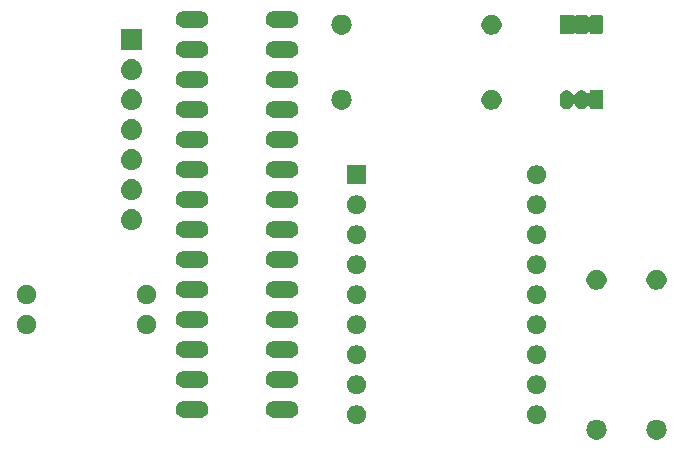
<source format=gbs>
G04 #@! TF.GenerationSoftware,KiCad,Pcbnew,(5.1.2-1)-1*
G04 #@! TF.CreationDate,2020-06-28T11:55:39+09:00*
G04 #@! TF.ProjectId,7seg_module,37736567-5f6d-46f6-9475-6c652e6b6963,rev?*
G04 #@! TF.SameCoordinates,Original*
G04 #@! TF.FileFunction,Soldermask,Bot*
G04 #@! TF.FilePolarity,Negative*
%FSLAX46Y46*%
G04 Gerber Fmt 4.6, Leading zero omitted, Abs format (unit mm)*
G04 Created by KiCad (PCBNEW (5.1.2-1)-1) date 2020-06-28 11:55:39*
%MOMM*%
%LPD*%
G04 APERTURE LIST*
%ADD10C,0.100000*%
G04 APERTURE END LIST*
D10*
G36*
X163996823Y-82981313D02*
G01*
X164157242Y-83029976D01*
X164214550Y-83060608D01*
X164305078Y-83108996D01*
X164434659Y-83215341D01*
X164541004Y-83344922D01*
X164541005Y-83344924D01*
X164620024Y-83492758D01*
X164668687Y-83653177D01*
X164685117Y-83820000D01*
X164668687Y-83986823D01*
X164620024Y-84147242D01*
X164549114Y-84279906D01*
X164541004Y-84295078D01*
X164434659Y-84424659D01*
X164305078Y-84531004D01*
X164305076Y-84531005D01*
X164157242Y-84610024D01*
X163996823Y-84658687D01*
X163871804Y-84671000D01*
X163788196Y-84671000D01*
X163663177Y-84658687D01*
X163502758Y-84610024D01*
X163354924Y-84531005D01*
X163354922Y-84531004D01*
X163225341Y-84424659D01*
X163118996Y-84295078D01*
X163110886Y-84279906D01*
X163039976Y-84147242D01*
X162991313Y-83986823D01*
X162974883Y-83820000D01*
X162991313Y-83653177D01*
X163039976Y-83492758D01*
X163118995Y-83344924D01*
X163118996Y-83344922D01*
X163225341Y-83215341D01*
X163354922Y-83108996D01*
X163445450Y-83060608D01*
X163502758Y-83029976D01*
X163663177Y-82981313D01*
X163788196Y-82969000D01*
X163871804Y-82969000D01*
X163996823Y-82981313D01*
X163996823Y-82981313D01*
G37*
G36*
X158916823Y-82981313D02*
G01*
X159077242Y-83029976D01*
X159134550Y-83060608D01*
X159225078Y-83108996D01*
X159354659Y-83215341D01*
X159461004Y-83344922D01*
X159461005Y-83344924D01*
X159540024Y-83492758D01*
X159588687Y-83653177D01*
X159605117Y-83820000D01*
X159588687Y-83986823D01*
X159540024Y-84147242D01*
X159469114Y-84279906D01*
X159461004Y-84295078D01*
X159354659Y-84424659D01*
X159225078Y-84531004D01*
X159225076Y-84531005D01*
X159077242Y-84610024D01*
X158916823Y-84658687D01*
X158791804Y-84671000D01*
X158708196Y-84671000D01*
X158583177Y-84658687D01*
X158422758Y-84610024D01*
X158274924Y-84531005D01*
X158274922Y-84531004D01*
X158145341Y-84424659D01*
X158038996Y-84295078D01*
X158030886Y-84279906D01*
X157959976Y-84147242D01*
X157911313Y-83986823D01*
X157894883Y-83820000D01*
X157911313Y-83653177D01*
X157959976Y-83492758D01*
X158038995Y-83344924D01*
X158038996Y-83344922D01*
X158145341Y-83215341D01*
X158274922Y-83108996D01*
X158365450Y-83060608D01*
X158422758Y-83029976D01*
X158583177Y-82981313D01*
X158708196Y-82969000D01*
X158791804Y-82969000D01*
X158916823Y-82981313D01*
X158916823Y-82981313D01*
G37*
G36*
X153903642Y-81779781D02*
G01*
X154049414Y-81840162D01*
X154049416Y-81840163D01*
X154180608Y-81927822D01*
X154292178Y-82039392D01*
X154336350Y-82105501D01*
X154379838Y-82170586D01*
X154440219Y-82316358D01*
X154471000Y-82471107D01*
X154471000Y-82628893D01*
X154440219Y-82783642D01*
X154379838Y-82929414D01*
X154379837Y-82929416D01*
X154292178Y-83060608D01*
X154180608Y-83172178D01*
X154049416Y-83259837D01*
X154049415Y-83259838D01*
X154049414Y-83259838D01*
X153903642Y-83320219D01*
X153748893Y-83351000D01*
X153591107Y-83351000D01*
X153436358Y-83320219D01*
X153290586Y-83259838D01*
X153290585Y-83259838D01*
X153290584Y-83259837D01*
X153159392Y-83172178D01*
X153047822Y-83060608D01*
X152960163Y-82929416D01*
X152960162Y-82929414D01*
X152899781Y-82783642D01*
X152869000Y-82628893D01*
X152869000Y-82471107D01*
X152899781Y-82316358D01*
X152960162Y-82170586D01*
X153003650Y-82105501D01*
X153047822Y-82039392D01*
X153159392Y-81927822D01*
X153290584Y-81840163D01*
X153290586Y-81840162D01*
X153436358Y-81779781D01*
X153591107Y-81749000D01*
X153748893Y-81749000D01*
X153903642Y-81779781D01*
X153903642Y-81779781D01*
G37*
G36*
X138663642Y-81779781D02*
G01*
X138809414Y-81840162D01*
X138809416Y-81840163D01*
X138940608Y-81927822D01*
X139052178Y-82039392D01*
X139096350Y-82105501D01*
X139139838Y-82170586D01*
X139200219Y-82316358D01*
X139231000Y-82471107D01*
X139231000Y-82628893D01*
X139200219Y-82783642D01*
X139139838Y-82929414D01*
X139139837Y-82929416D01*
X139052178Y-83060608D01*
X138940608Y-83172178D01*
X138809416Y-83259837D01*
X138809415Y-83259838D01*
X138809414Y-83259838D01*
X138663642Y-83320219D01*
X138508893Y-83351000D01*
X138351107Y-83351000D01*
X138196358Y-83320219D01*
X138050586Y-83259838D01*
X138050585Y-83259838D01*
X138050584Y-83259837D01*
X137919392Y-83172178D01*
X137807822Y-83060608D01*
X137720163Y-82929416D01*
X137720162Y-82929414D01*
X137659781Y-82783642D01*
X137629000Y-82628893D01*
X137629000Y-82471107D01*
X137659781Y-82316358D01*
X137720162Y-82170586D01*
X137763650Y-82105501D01*
X137807822Y-82039392D01*
X137919392Y-81927822D01*
X138050584Y-81840163D01*
X138050586Y-81840162D01*
X138196358Y-81779781D01*
X138351107Y-81749000D01*
X138508893Y-81749000D01*
X138663642Y-81779781D01*
X138663642Y-81779781D01*
G37*
G36*
X132930659Y-81404394D02*
G01*
X133064758Y-81445073D01*
X133188345Y-81511132D01*
X133296670Y-81600031D01*
X133385569Y-81708356D01*
X133451628Y-81831943D01*
X133492307Y-81966042D01*
X133506042Y-82105501D01*
X133492307Y-82244960D01*
X133451628Y-82379059D01*
X133385569Y-82502646D01*
X133296670Y-82610971D01*
X133188345Y-82699870D01*
X133064758Y-82765929D01*
X132930659Y-82806608D01*
X132826149Y-82816901D01*
X131435451Y-82816901D01*
X131330941Y-82806608D01*
X131196842Y-82765929D01*
X131073255Y-82699870D01*
X130964930Y-82610971D01*
X130876031Y-82502646D01*
X130809972Y-82379059D01*
X130769293Y-82244960D01*
X130755558Y-82105501D01*
X130769293Y-81966042D01*
X130809972Y-81831943D01*
X130876031Y-81708356D01*
X130964930Y-81600031D01*
X131073255Y-81511132D01*
X131196842Y-81445073D01*
X131330941Y-81404394D01*
X131435451Y-81394101D01*
X132826149Y-81394101D01*
X132930659Y-81404394D01*
X132930659Y-81404394D01*
G37*
G36*
X125310659Y-81404394D02*
G01*
X125444758Y-81445073D01*
X125568345Y-81511132D01*
X125676670Y-81600031D01*
X125765569Y-81708356D01*
X125831628Y-81831943D01*
X125872307Y-81966042D01*
X125886042Y-82105501D01*
X125872307Y-82244960D01*
X125831628Y-82379059D01*
X125765569Y-82502646D01*
X125676670Y-82610971D01*
X125568345Y-82699870D01*
X125444758Y-82765929D01*
X125310659Y-82806608D01*
X125206149Y-82816901D01*
X123815451Y-82816901D01*
X123710941Y-82806608D01*
X123576842Y-82765929D01*
X123453255Y-82699870D01*
X123344930Y-82610971D01*
X123256031Y-82502646D01*
X123189972Y-82379059D01*
X123149293Y-82244960D01*
X123135558Y-82105501D01*
X123149293Y-81966042D01*
X123189972Y-81831943D01*
X123256031Y-81708356D01*
X123344930Y-81600031D01*
X123453255Y-81511132D01*
X123576842Y-81445073D01*
X123710941Y-81404394D01*
X123815451Y-81394101D01*
X125206149Y-81394101D01*
X125310659Y-81404394D01*
X125310659Y-81404394D01*
G37*
G36*
X153903642Y-79239781D02*
G01*
X154049414Y-79300162D01*
X154049416Y-79300163D01*
X154180608Y-79387822D01*
X154292178Y-79499392D01*
X154336350Y-79565501D01*
X154379838Y-79630586D01*
X154440219Y-79776358D01*
X154471000Y-79931107D01*
X154471000Y-80088893D01*
X154440219Y-80243642D01*
X154379838Y-80389414D01*
X154379837Y-80389416D01*
X154292178Y-80520608D01*
X154180608Y-80632178D01*
X154049416Y-80719837D01*
X154049415Y-80719838D01*
X154049414Y-80719838D01*
X153903642Y-80780219D01*
X153748893Y-80811000D01*
X153591107Y-80811000D01*
X153436358Y-80780219D01*
X153290586Y-80719838D01*
X153290585Y-80719838D01*
X153290584Y-80719837D01*
X153159392Y-80632178D01*
X153047822Y-80520608D01*
X152960163Y-80389416D01*
X152960162Y-80389414D01*
X152899781Y-80243642D01*
X152869000Y-80088893D01*
X152869000Y-79931107D01*
X152899781Y-79776358D01*
X152960162Y-79630586D01*
X153003650Y-79565501D01*
X153047822Y-79499392D01*
X153159392Y-79387822D01*
X153290584Y-79300163D01*
X153290586Y-79300162D01*
X153436358Y-79239781D01*
X153591107Y-79209000D01*
X153748893Y-79209000D01*
X153903642Y-79239781D01*
X153903642Y-79239781D01*
G37*
G36*
X138663642Y-79239781D02*
G01*
X138809414Y-79300162D01*
X138809416Y-79300163D01*
X138940608Y-79387822D01*
X139052178Y-79499392D01*
X139096350Y-79565501D01*
X139139838Y-79630586D01*
X139200219Y-79776358D01*
X139231000Y-79931107D01*
X139231000Y-80088893D01*
X139200219Y-80243642D01*
X139139838Y-80389414D01*
X139139837Y-80389416D01*
X139052178Y-80520608D01*
X138940608Y-80632178D01*
X138809416Y-80719837D01*
X138809415Y-80719838D01*
X138809414Y-80719838D01*
X138663642Y-80780219D01*
X138508893Y-80811000D01*
X138351107Y-80811000D01*
X138196358Y-80780219D01*
X138050586Y-80719838D01*
X138050585Y-80719838D01*
X138050584Y-80719837D01*
X137919392Y-80632178D01*
X137807822Y-80520608D01*
X137720163Y-80389416D01*
X137720162Y-80389414D01*
X137659781Y-80243642D01*
X137629000Y-80088893D01*
X137629000Y-79931107D01*
X137659781Y-79776358D01*
X137720162Y-79630586D01*
X137763650Y-79565501D01*
X137807822Y-79499392D01*
X137919392Y-79387822D01*
X138050584Y-79300163D01*
X138050586Y-79300162D01*
X138196358Y-79239781D01*
X138351107Y-79209000D01*
X138508893Y-79209000D01*
X138663642Y-79239781D01*
X138663642Y-79239781D01*
G37*
G36*
X132930659Y-78864394D02*
G01*
X133064758Y-78905073D01*
X133188345Y-78971132D01*
X133296670Y-79060031D01*
X133385569Y-79168356D01*
X133451628Y-79291943D01*
X133492307Y-79426042D01*
X133506042Y-79565501D01*
X133492307Y-79704960D01*
X133451628Y-79839059D01*
X133385569Y-79962646D01*
X133296670Y-80070971D01*
X133188345Y-80159870D01*
X133064758Y-80225929D01*
X132930659Y-80266608D01*
X132826149Y-80276901D01*
X131435451Y-80276901D01*
X131330941Y-80266608D01*
X131196842Y-80225929D01*
X131073255Y-80159870D01*
X130964930Y-80070971D01*
X130876031Y-79962646D01*
X130809972Y-79839059D01*
X130769293Y-79704960D01*
X130755558Y-79565501D01*
X130769293Y-79426042D01*
X130809972Y-79291943D01*
X130876031Y-79168356D01*
X130964930Y-79060031D01*
X131073255Y-78971132D01*
X131196842Y-78905073D01*
X131330941Y-78864394D01*
X131435451Y-78854101D01*
X132826149Y-78854101D01*
X132930659Y-78864394D01*
X132930659Y-78864394D01*
G37*
G36*
X125310659Y-78864394D02*
G01*
X125444758Y-78905073D01*
X125568345Y-78971132D01*
X125676670Y-79060031D01*
X125765569Y-79168356D01*
X125831628Y-79291943D01*
X125872307Y-79426042D01*
X125886042Y-79565501D01*
X125872307Y-79704960D01*
X125831628Y-79839059D01*
X125765569Y-79962646D01*
X125676670Y-80070971D01*
X125568345Y-80159870D01*
X125444758Y-80225929D01*
X125310659Y-80266608D01*
X125206149Y-80276901D01*
X123815451Y-80276901D01*
X123710941Y-80266608D01*
X123576842Y-80225929D01*
X123453255Y-80159870D01*
X123344930Y-80070971D01*
X123256031Y-79962646D01*
X123189972Y-79839059D01*
X123149293Y-79704960D01*
X123135558Y-79565501D01*
X123149293Y-79426042D01*
X123189972Y-79291943D01*
X123256031Y-79168356D01*
X123344930Y-79060031D01*
X123453255Y-78971132D01*
X123576842Y-78905073D01*
X123710941Y-78864394D01*
X123815451Y-78854101D01*
X125206149Y-78854101D01*
X125310659Y-78864394D01*
X125310659Y-78864394D01*
G37*
G36*
X153903642Y-76699781D02*
G01*
X154049414Y-76760162D01*
X154049416Y-76760163D01*
X154180608Y-76847822D01*
X154292178Y-76959392D01*
X154336350Y-77025501D01*
X154379838Y-77090586D01*
X154440219Y-77236358D01*
X154471000Y-77391107D01*
X154471000Y-77548893D01*
X154440219Y-77703642D01*
X154379838Y-77849414D01*
X154379837Y-77849416D01*
X154292178Y-77980608D01*
X154180608Y-78092178D01*
X154049416Y-78179837D01*
X154049415Y-78179838D01*
X154049414Y-78179838D01*
X153903642Y-78240219D01*
X153748893Y-78271000D01*
X153591107Y-78271000D01*
X153436358Y-78240219D01*
X153290586Y-78179838D01*
X153290585Y-78179838D01*
X153290584Y-78179837D01*
X153159392Y-78092178D01*
X153047822Y-77980608D01*
X152960163Y-77849416D01*
X152960162Y-77849414D01*
X152899781Y-77703642D01*
X152869000Y-77548893D01*
X152869000Y-77391107D01*
X152899781Y-77236358D01*
X152960162Y-77090586D01*
X153003650Y-77025501D01*
X153047822Y-76959392D01*
X153159392Y-76847822D01*
X153290584Y-76760163D01*
X153290586Y-76760162D01*
X153436358Y-76699781D01*
X153591107Y-76669000D01*
X153748893Y-76669000D01*
X153903642Y-76699781D01*
X153903642Y-76699781D01*
G37*
G36*
X138663642Y-76699781D02*
G01*
X138809414Y-76760162D01*
X138809416Y-76760163D01*
X138940608Y-76847822D01*
X139052178Y-76959392D01*
X139096350Y-77025501D01*
X139139838Y-77090586D01*
X139200219Y-77236358D01*
X139231000Y-77391107D01*
X139231000Y-77548893D01*
X139200219Y-77703642D01*
X139139838Y-77849414D01*
X139139837Y-77849416D01*
X139052178Y-77980608D01*
X138940608Y-78092178D01*
X138809416Y-78179837D01*
X138809415Y-78179838D01*
X138809414Y-78179838D01*
X138663642Y-78240219D01*
X138508893Y-78271000D01*
X138351107Y-78271000D01*
X138196358Y-78240219D01*
X138050586Y-78179838D01*
X138050585Y-78179838D01*
X138050584Y-78179837D01*
X137919392Y-78092178D01*
X137807822Y-77980608D01*
X137720163Y-77849416D01*
X137720162Y-77849414D01*
X137659781Y-77703642D01*
X137629000Y-77548893D01*
X137629000Y-77391107D01*
X137659781Y-77236358D01*
X137720162Y-77090586D01*
X137763650Y-77025501D01*
X137807822Y-76959392D01*
X137919392Y-76847822D01*
X138050584Y-76760163D01*
X138050586Y-76760162D01*
X138196358Y-76699781D01*
X138351107Y-76669000D01*
X138508893Y-76669000D01*
X138663642Y-76699781D01*
X138663642Y-76699781D01*
G37*
G36*
X132930659Y-76324394D02*
G01*
X133064758Y-76365073D01*
X133188345Y-76431132D01*
X133296670Y-76520031D01*
X133385569Y-76628356D01*
X133451628Y-76751943D01*
X133492307Y-76886042D01*
X133506042Y-77025501D01*
X133492307Y-77164960D01*
X133451628Y-77299059D01*
X133385569Y-77422646D01*
X133296670Y-77530971D01*
X133188345Y-77619870D01*
X133064758Y-77685929D01*
X132930659Y-77726608D01*
X132826149Y-77736901D01*
X131435451Y-77736901D01*
X131330941Y-77726608D01*
X131196842Y-77685929D01*
X131073255Y-77619870D01*
X130964930Y-77530971D01*
X130876031Y-77422646D01*
X130809972Y-77299059D01*
X130769293Y-77164960D01*
X130755558Y-77025501D01*
X130769293Y-76886042D01*
X130809972Y-76751943D01*
X130876031Y-76628356D01*
X130964930Y-76520031D01*
X131073255Y-76431132D01*
X131196842Y-76365073D01*
X131330941Y-76324394D01*
X131435451Y-76314101D01*
X132826149Y-76314101D01*
X132930659Y-76324394D01*
X132930659Y-76324394D01*
G37*
G36*
X125310659Y-76324394D02*
G01*
X125444758Y-76365073D01*
X125568345Y-76431132D01*
X125676670Y-76520031D01*
X125765569Y-76628356D01*
X125831628Y-76751943D01*
X125872307Y-76886042D01*
X125886042Y-77025501D01*
X125872307Y-77164960D01*
X125831628Y-77299059D01*
X125765569Y-77422646D01*
X125676670Y-77530971D01*
X125568345Y-77619870D01*
X125444758Y-77685929D01*
X125310659Y-77726608D01*
X125206149Y-77736901D01*
X123815451Y-77736901D01*
X123710941Y-77726608D01*
X123576842Y-77685929D01*
X123453255Y-77619870D01*
X123344930Y-77530971D01*
X123256031Y-77422646D01*
X123189972Y-77299059D01*
X123149293Y-77164960D01*
X123135558Y-77025501D01*
X123149293Y-76886042D01*
X123189972Y-76751943D01*
X123256031Y-76628356D01*
X123344930Y-76520031D01*
X123453255Y-76431132D01*
X123576842Y-76365073D01*
X123710941Y-76324394D01*
X123815451Y-76314101D01*
X125206149Y-76314101D01*
X125310659Y-76324394D01*
X125310659Y-76324394D01*
G37*
G36*
X110727142Y-74148242D02*
G01*
X110875101Y-74209529D01*
X111008255Y-74298499D01*
X111121501Y-74411745D01*
X111210471Y-74544899D01*
X111271758Y-74692858D01*
X111303000Y-74849925D01*
X111303000Y-75010075D01*
X111271758Y-75167142D01*
X111210471Y-75315101D01*
X111121501Y-75448255D01*
X111008255Y-75561501D01*
X110875101Y-75650471D01*
X110727142Y-75711758D01*
X110570075Y-75743000D01*
X110409925Y-75743000D01*
X110252858Y-75711758D01*
X110104899Y-75650471D01*
X109971745Y-75561501D01*
X109858499Y-75448255D01*
X109769529Y-75315101D01*
X109708242Y-75167142D01*
X109677000Y-75010075D01*
X109677000Y-74849925D01*
X109708242Y-74692858D01*
X109769529Y-74544899D01*
X109858499Y-74411745D01*
X109971745Y-74298499D01*
X110104899Y-74209529D01*
X110252858Y-74148242D01*
X110409925Y-74117000D01*
X110570075Y-74117000D01*
X110727142Y-74148242D01*
X110727142Y-74148242D01*
G37*
G36*
X120887142Y-74148242D02*
G01*
X121035101Y-74209529D01*
X121168255Y-74298499D01*
X121281501Y-74411745D01*
X121370471Y-74544899D01*
X121431758Y-74692858D01*
X121463000Y-74849925D01*
X121463000Y-75010075D01*
X121431758Y-75167142D01*
X121370471Y-75315101D01*
X121281501Y-75448255D01*
X121168255Y-75561501D01*
X121035101Y-75650471D01*
X120887142Y-75711758D01*
X120730075Y-75743000D01*
X120569925Y-75743000D01*
X120412858Y-75711758D01*
X120264899Y-75650471D01*
X120131745Y-75561501D01*
X120018499Y-75448255D01*
X119929529Y-75315101D01*
X119868242Y-75167142D01*
X119837000Y-75010075D01*
X119837000Y-74849925D01*
X119868242Y-74692858D01*
X119929529Y-74544899D01*
X120018499Y-74411745D01*
X120131745Y-74298499D01*
X120264899Y-74209529D01*
X120412858Y-74148242D01*
X120569925Y-74117000D01*
X120730075Y-74117000D01*
X120887142Y-74148242D01*
X120887142Y-74148242D01*
G37*
G36*
X138663642Y-74159781D02*
G01*
X138809414Y-74220162D01*
X138809416Y-74220163D01*
X138940608Y-74307822D01*
X139052178Y-74419392D01*
X139096350Y-74485501D01*
X139139838Y-74550586D01*
X139200219Y-74696358D01*
X139231000Y-74851107D01*
X139231000Y-75008893D01*
X139200219Y-75163642D01*
X139139838Y-75309414D01*
X139139837Y-75309416D01*
X139052178Y-75440608D01*
X138940608Y-75552178D01*
X138809416Y-75639837D01*
X138809415Y-75639838D01*
X138809414Y-75639838D01*
X138663642Y-75700219D01*
X138508893Y-75731000D01*
X138351107Y-75731000D01*
X138196358Y-75700219D01*
X138050586Y-75639838D01*
X138050585Y-75639838D01*
X138050584Y-75639837D01*
X137919392Y-75552178D01*
X137807822Y-75440608D01*
X137720163Y-75309416D01*
X137720162Y-75309414D01*
X137659781Y-75163642D01*
X137629000Y-75008893D01*
X137629000Y-74851107D01*
X137659781Y-74696358D01*
X137720162Y-74550586D01*
X137763650Y-74485501D01*
X137807822Y-74419392D01*
X137919392Y-74307822D01*
X138050584Y-74220163D01*
X138050586Y-74220162D01*
X138196358Y-74159781D01*
X138351107Y-74129000D01*
X138508893Y-74129000D01*
X138663642Y-74159781D01*
X138663642Y-74159781D01*
G37*
G36*
X153903642Y-74159781D02*
G01*
X154049414Y-74220162D01*
X154049416Y-74220163D01*
X154180608Y-74307822D01*
X154292178Y-74419392D01*
X154336350Y-74485501D01*
X154379838Y-74550586D01*
X154440219Y-74696358D01*
X154471000Y-74851107D01*
X154471000Y-75008893D01*
X154440219Y-75163642D01*
X154379838Y-75309414D01*
X154379837Y-75309416D01*
X154292178Y-75440608D01*
X154180608Y-75552178D01*
X154049416Y-75639837D01*
X154049415Y-75639838D01*
X154049414Y-75639838D01*
X153903642Y-75700219D01*
X153748893Y-75731000D01*
X153591107Y-75731000D01*
X153436358Y-75700219D01*
X153290586Y-75639838D01*
X153290585Y-75639838D01*
X153290584Y-75639837D01*
X153159392Y-75552178D01*
X153047822Y-75440608D01*
X152960163Y-75309416D01*
X152960162Y-75309414D01*
X152899781Y-75163642D01*
X152869000Y-75008893D01*
X152869000Y-74851107D01*
X152899781Y-74696358D01*
X152960162Y-74550586D01*
X153003650Y-74485501D01*
X153047822Y-74419392D01*
X153159392Y-74307822D01*
X153290584Y-74220163D01*
X153290586Y-74220162D01*
X153436358Y-74159781D01*
X153591107Y-74129000D01*
X153748893Y-74129000D01*
X153903642Y-74159781D01*
X153903642Y-74159781D01*
G37*
G36*
X125310659Y-73784394D02*
G01*
X125444758Y-73825073D01*
X125568345Y-73891132D01*
X125676670Y-73980031D01*
X125765569Y-74088356D01*
X125831628Y-74211943D01*
X125872307Y-74346042D01*
X125886042Y-74485501D01*
X125872307Y-74624960D01*
X125831628Y-74759059D01*
X125765569Y-74882646D01*
X125676670Y-74990971D01*
X125568345Y-75079870D01*
X125444758Y-75145929D01*
X125310659Y-75186608D01*
X125206149Y-75196901D01*
X123815451Y-75196901D01*
X123710941Y-75186608D01*
X123576842Y-75145929D01*
X123453255Y-75079870D01*
X123344930Y-74990971D01*
X123256031Y-74882646D01*
X123189972Y-74759059D01*
X123149293Y-74624960D01*
X123135558Y-74485501D01*
X123149293Y-74346042D01*
X123189972Y-74211943D01*
X123256031Y-74088356D01*
X123344930Y-73980031D01*
X123453255Y-73891132D01*
X123576842Y-73825073D01*
X123710941Y-73784394D01*
X123815451Y-73774101D01*
X125206149Y-73774101D01*
X125310659Y-73784394D01*
X125310659Y-73784394D01*
G37*
G36*
X132930659Y-73784394D02*
G01*
X133064758Y-73825073D01*
X133188345Y-73891132D01*
X133296670Y-73980031D01*
X133385569Y-74088356D01*
X133451628Y-74211943D01*
X133492307Y-74346042D01*
X133506042Y-74485501D01*
X133492307Y-74624960D01*
X133451628Y-74759059D01*
X133385569Y-74882646D01*
X133296670Y-74990971D01*
X133188345Y-75079870D01*
X133064758Y-75145929D01*
X132930659Y-75186608D01*
X132826149Y-75196901D01*
X131435451Y-75196901D01*
X131330941Y-75186608D01*
X131196842Y-75145929D01*
X131073255Y-75079870D01*
X130964930Y-74990971D01*
X130876031Y-74882646D01*
X130809972Y-74759059D01*
X130769293Y-74624960D01*
X130755558Y-74485501D01*
X130769293Y-74346042D01*
X130809972Y-74211943D01*
X130876031Y-74088356D01*
X130964930Y-73980031D01*
X131073255Y-73891132D01*
X131196842Y-73825073D01*
X131330941Y-73784394D01*
X131435451Y-73774101D01*
X132826149Y-73774101D01*
X132930659Y-73784394D01*
X132930659Y-73784394D01*
G37*
G36*
X120887142Y-71608242D02*
G01*
X121035101Y-71669529D01*
X121168255Y-71758499D01*
X121281501Y-71871745D01*
X121370471Y-72004899D01*
X121431758Y-72152858D01*
X121463000Y-72309925D01*
X121463000Y-72470075D01*
X121431758Y-72627142D01*
X121370471Y-72775101D01*
X121281501Y-72908255D01*
X121168255Y-73021501D01*
X121035101Y-73110471D01*
X120887142Y-73171758D01*
X120730075Y-73203000D01*
X120569925Y-73203000D01*
X120412858Y-73171758D01*
X120264899Y-73110471D01*
X120131745Y-73021501D01*
X120018499Y-72908255D01*
X119929529Y-72775101D01*
X119868242Y-72627142D01*
X119837000Y-72470075D01*
X119837000Y-72309925D01*
X119868242Y-72152858D01*
X119929529Y-72004899D01*
X120018499Y-71871745D01*
X120131745Y-71758499D01*
X120264899Y-71669529D01*
X120412858Y-71608242D01*
X120569925Y-71577000D01*
X120730075Y-71577000D01*
X120887142Y-71608242D01*
X120887142Y-71608242D01*
G37*
G36*
X110727142Y-71608242D02*
G01*
X110875101Y-71669529D01*
X111008255Y-71758499D01*
X111121501Y-71871745D01*
X111210471Y-72004899D01*
X111271758Y-72152858D01*
X111303000Y-72309925D01*
X111303000Y-72470075D01*
X111271758Y-72627142D01*
X111210471Y-72775101D01*
X111121501Y-72908255D01*
X111008255Y-73021501D01*
X110875101Y-73110471D01*
X110727142Y-73171758D01*
X110570075Y-73203000D01*
X110409925Y-73203000D01*
X110252858Y-73171758D01*
X110104899Y-73110471D01*
X109971745Y-73021501D01*
X109858499Y-72908255D01*
X109769529Y-72775101D01*
X109708242Y-72627142D01*
X109677000Y-72470075D01*
X109677000Y-72309925D01*
X109708242Y-72152858D01*
X109769529Y-72004899D01*
X109858499Y-71871745D01*
X109971745Y-71758499D01*
X110104899Y-71669529D01*
X110252858Y-71608242D01*
X110409925Y-71577000D01*
X110570075Y-71577000D01*
X110727142Y-71608242D01*
X110727142Y-71608242D01*
G37*
G36*
X153903642Y-71619781D02*
G01*
X154049414Y-71680162D01*
X154049416Y-71680163D01*
X154180608Y-71767822D01*
X154292178Y-71879392D01*
X154336350Y-71945501D01*
X154379838Y-72010586D01*
X154440219Y-72156358D01*
X154471000Y-72311107D01*
X154471000Y-72468893D01*
X154440219Y-72623642D01*
X154379838Y-72769414D01*
X154379837Y-72769416D01*
X154292178Y-72900608D01*
X154180608Y-73012178D01*
X154049416Y-73099837D01*
X154049415Y-73099838D01*
X154049414Y-73099838D01*
X153903642Y-73160219D01*
X153748893Y-73191000D01*
X153591107Y-73191000D01*
X153436358Y-73160219D01*
X153290586Y-73099838D01*
X153290585Y-73099838D01*
X153290584Y-73099837D01*
X153159392Y-73012178D01*
X153047822Y-72900608D01*
X152960163Y-72769416D01*
X152960162Y-72769414D01*
X152899781Y-72623642D01*
X152869000Y-72468893D01*
X152869000Y-72311107D01*
X152899781Y-72156358D01*
X152960162Y-72010586D01*
X153003650Y-71945501D01*
X153047822Y-71879392D01*
X153159392Y-71767822D01*
X153290584Y-71680163D01*
X153290586Y-71680162D01*
X153436358Y-71619781D01*
X153591107Y-71589000D01*
X153748893Y-71589000D01*
X153903642Y-71619781D01*
X153903642Y-71619781D01*
G37*
G36*
X138663642Y-71619781D02*
G01*
X138809414Y-71680162D01*
X138809416Y-71680163D01*
X138940608Y-71767822D01*
X139052178Y-71879392D01*
X139096350Y-71945501D01*
X139139838Y-72010586D01*
X139200219Y-72156358D01*
X139231000Y-72311107D01*
X139231000Y-72468893D01*
X139200219Y-72623642D01*
X139139838Y-72769414D01*
X139139837Y-72769416D01*
X139052178Y-72900608D01*
X138940608Y-73012178D01*
X138809416Y-73099837D01*
X138809415Y-73099838D01*
X138809414Y-73099838D01*
X138663642Y-73160219D01*
X138508893Y-73191000D01*
X138351107Y-73191000D01*
X138196358Y-73160219D01*
X138050586Y-73099838D01*
X138050585Y-73099838D01*
X138050584Y-73099837D01*
X137919392Y-73012178D01*
X137807822Y-72900608D01*
X137720163Y-72769416D01*
X137720162Y-72769414D01*
X137659781Y-72623642D01*
X137629000Y-72468893D01*
X137629000Y-72311107D01*
X137659781Y-72156358D01*
X137720162Y-72010586D01*
X137763650Y-71945501D01*
X137807822Y-71879392D01*
X137919392Y-71767822D01*
X138050584Y-71680163D01*
X138050586Y-71680162D01*
X138196358Y-71619781D01*
X138351107Y-71589000D01*
X138508893Y-71589000D01*
X138663642Y-71619781D01*
X138663642Y-71619781D01*
G37*
G36*
X132930659Y-71244394D02*
G01*
X133064758Y-71285073D01*
X133188345Y-71351132D01*
X133296670Y-71440031D01*
X133385569Y-71548356D01*
X133451628Y-71671943D01*
X133492307Y-71806042D01*
X133506042Y-71945501D01*
X133492307Y-72084960D01*
X133451628Y-72219059D01*
X133385569Y-72342646D01*
X133296670Y-72450971D01*
X133188345Y-72539870D01*
X133064758Y-72605929D01*
X132930659Y-72646608D01*
X132826149Y-72656901D01*
X131435451Y-72656901D01*
X131330941Y-72646608D01*
X131196842Y-72605929D01*
X131073255Y-72539870D01*
X130964930Y-72450971D01*
X130876031Y-72342646D01*
X130809972Y-72219059D01*
X130769293Y-72084960D01*
X130755558Y-71945501D01*
X130769293Y-71806042D01*
X130809972Y-71671943D01*
X130876031Y-71548356D01*
X130964930Y-71440031D01*
X131073255Y-71351132D01*
X131196842Y-71285073D01*
X131330941Y-71244394D01*
X131435451Y-71234101D01*
X132826149Y-71234101D01*
X132930659Y-71244394D01*
X132930659Y-71244394D01*
G37*
G36*
X125310659Y-71244394D02*
G01*
X125444758Y-71285073D01*
X125568345Y-71351132D01*
X125676670Y-71440031D01*
X125765569Y-71548356D01*
X125831628Y-71671943D01*
X125872307Y-71806042D01*
X125886042Y-71945501D01*
X125872307Y-72084960D01*
X125831628Y-72219059D01*
X125765569Y-72342646D01*
X125676670Y-72450971D01*
X125568345Y-72539870D01*
X125444758Y-72605929D01*
X125310659Y-72646608D01*
X125206149Y-72656901D01*
X123815451Y-72656901D01*
X123710941Y-72646608D01*
X123576842Y-72605929D01*
X123453255Y-72539870D01*
X123344930Y-72450971D01*
X123256031Y-72342646D01*
X123189972Y-72219059D01*
X123149293Y-72084960D01*
X123135558Y-71945501D01*
X123149293Y-71806042D01*
X123189972Y-71671943D01*
X123256031Y-71548356D01*
X123344930Y-71440031D01*
X123453255Y-71351132D01*
X123576842Y-71285073D01*
X123710941Y-71244394D01*
X123815451Y-71234101D01*
X125206149Y-71234101D01*
X125310659Y-71244394D01*
X125310659Y-71244394D01*
G37*
G36*
X164078228Y-70301703D02*
G01*
X164233100Y-70365853D01*
X164372481Y-70458985D01*
X164491015Y-70577519D01*
X164584147Y-70716900D01*
X164648297Y-70871772D01*
X164681000Y-71036184D01*
X164681000Y-71203816D01*
X164648297Y-71368228D01*
X164584147Y-71523100D01*
X164491015Y-71662481D01*
X164372481Y-71781015D01*
X164233100Y-71874147D01*
X164078228Y-71938297D01*
X163913816Y-71971000D01*
X163746184Y-71971000D01*
X163581772Y-71938297D01*
X163426900Y-71874147D01*
X163287519Y-71781015D01*
X163168985Y-71662481D01*
X163075853Y-71523100D01*
X163011703Y-71368228D01*
X162979000Y-71203816D01*
X162979000Y-71036184D01*
X163011703Y-70871772D01*
X163075853Y-70716900D01*
X163168985Y-70577519D01*
X163287519Y-70458985D01*
X163426900Y-70365853D01*
X163581772Y-70301703D01*
X163746184Y-70269000D01*
X163913816Y-70269000D01*
X164078228Y-70301703D01*
X164078228Y-70301703D01*
G37*
G36*
X158998228Y-70301703D02*
G01*
X159153100Y-70365853D01*
X159292481Y-70458985D01*
X159411015Y-70577519D01*
X159504147Y-70716900D01*
X159568297Y-70871772D01*
X159601000Y-71036184D01*
X159601000Y-71203816D01*
X159568297Y-71368228D01*
X159504147Y-71523100D01*
X159411015Y-71662481D01*
X159292481Y-71781015D01*
X159153100Y-71874147D01*
X158998228Y-71938297D01*
X158833816Y-71971000D01*
X158666184Y-71971000D01*
X158501772Y-71938297D01*
X158346900Y-71874147D01*
X158207519Y-71781015D01*
X158088985Y-71662481D01*
X157995853Y-71523100D01*
X157931703Y-71368228D01*
X157899000Y-71203816D01*
X157899000Y-71036184D01*
X157931703Y-70871772D01*
X157995853Y-70716900D01*
X158088985Y-70577519D01*
X158207519Y-70458985D01*
X158346900Y-70365853D01*
X158501772Y-70301703D01*
X158666184Y-70269000D01*
X158833816Y-70269000D01*
X158998228Y-70301703D01*
X158998228Y-70301703D01*
G37*
G36*
X153903642Y-69079781D02*
G01*
X154049414Y-69140162D01*
X154049416Y-69140163D01*
X154180608Y-69227822D01*
X154292178Y-69339392D01*
X154336350Y-69405501D01*
X154379838Y-69470586D01*
X154440219Y-69616358D01*
X154471000Y-69771107D01*
X154471000Y-69928893D01*
X154440219Y-70083642D01*
X154379838Y-70229414D01*
X154379837Y-70229416D01*
X154292178Y-70360608D01*
X154180608Y-70472178D01*
X154049416Y-70559837D01*
X154049415Y-70559838D01*
X154049414Y-70559838D01*
X153903642Y-70620219D01*
X153748893Y-70651000D01*
X153591107Y-70651000D01*
X153436358Y-70620219D01*
X153290586Y-70559838D01*
X153290585Y-70559838D01*
X153290584Y-70559837D01*
X153159392Y-70472178D01*
X153047822Y-70360608D01*
X152960163Y-70229416D01*
X152960162Y-70229414D01*
X152899781Y-70083642D01*
X152869000Y-69928893D01*
X152869000Y-69771107D01*
X152899781Y-69616358D01*
X152960162Y-69470586D01*
X153003650Y-69405501D01*
X153047822Y-69339392D01*
X153159392Y-69227822D01*
X153290584Y-69140163D01*
X153290586Y-69140162D01*
X153436358Y-69079781D01*
X153591107Y-69049000D01*
X153748893Y-69049000D01*
X153903642Y-69079781D01*
X153903642Y-69079781D01*
G37*
G36*
X138663642Y-69079781D02*
G01*
X138809414Y-69140162D01*
X138809416Y-69140163D01*
X138940608Y-69227822D01*
X139052178Y-69339392D01*
X139096350Y-69405501D01*
X139139838Y-69470586D01*
X139200219Y-69616358D01*
X139231000Y-69771107D01*
X139231000Y-69928893D01*
X139200219Y-70083642D01*
X139139838Y-70229414D01*
X139139837Y-70229416D01*
X139052178Y-70360608D01*
X138940608Y-70472178D01*
X138809416Y-70559837D01*
X138809415Y-70559838D01*
X138809414Y-70559838D01*
X138663642Y-70620219D01*
X138508893Y-70651000D01*
X138351107Y-70651000D01*
X138196358Y-70620219D01*
X138050586Y-70559838D01*
X138050585Y-70559838D01*
X138050584Y-70559837D01*
X137919392Y-70472178D01*
X137807822Y-70360608D01*
X137720163Y-70229416D01*
X137720162Y-70229414D01*
X137659781Y-70083642D01*
X137629000Y-69928893D01*
X137629000Y-69771107D01*
X137659781Y-69616358D01*
X137720162Y-69470586D01*
X137763650Y-69405501D01*
X137807822Y-69339392D01*
X137919392Y-69227822D01*
X138050584Y-69140163D01*
X138050586Y-69140162D01*
X138196358Y-69079781D01*
X138351107Y-69049000D01*
X138508893Y-69049000D01*
X138663642Y-69079781D01*
X138663642Y-69079781D01*
G37*
G36*
X125310659Y-68704394D02*
G01*
X125444758Y-68745073D01*
X125568345Y-68811132D01*
X125676670Y-68900031D01*
X125765569Y-69008356D01*
X125831628Y-69131943D01*
X125872307Y-69266042D01*
X125886042Y-69405501D01*
X125872307Y-69544960D01*
X125831628Y-69679059D01*
X125765569Y-69802646D01*
X125676670Y-69910971D01*
X125568345Y-69999870D01*
X125444758Y-70065929D01*
X125310659Y-70106608D01*
X125206149Y-70116901D01*
X123815451Y-70116901D01*
X123710941Y-70106608D01*
X123576842Y-70065929D01*
X123453255Y-69999870D01*
X123344930Y-69910971D01*
X123256031Y-69802646D01*
X123189972Y-69679059D01*
X123149293Y-69544960D01*
X123135558Y-69405501D01*
X123149293Y-69266042D01*
X123189972Y-69131943D01*
X123256031Y-69008356D01*
X123344930Y-68900031D01*
X123453255Y-68811132D01*
X123576842Y-68745073D01*
X123710941Y-68704394D01*
X123815451Y-68694101D01*
X125206149Y-68694101D01*
X125310659Y-68704394D01*
X125310659Y-68704394D01*
G37*
G36*
X132930659Y-68704394D02*
G01*
X133064758Y-68745073D01*
X133188345Y-68811132D01*
X133296670Y-68900031D01*
X133385569Y-69008356D01*
X133451628Y-69131943D01*
X133492307Y-69266042D01*
X133506042Y-69405501D01*
X133492307Y-69544960D01*
X133451628Y-69679059D01*
X133385569Y-69802646D01*
X133296670Y-69910971D01*
X133188345Y-69999870D01*
X133064758Y-70065929D01*
X132930659Y-70106608D01*
X132826149Y-70116901D01*
X131435451Y-70116901D01*
X131330941Y-70106608D01*
X131196842Y-70065929D01*
X131073255Y-69999870D01*
X130964930Y-69910971D01*
X130876031Y-69802646D01*
X130809972Y-69679059D01*
X130769293Y-69544960D01*
X130755558Y-69405501D01*
X130769293Y-69266042D01*
X130809972Y-69131943D01*
X130876031Y-69008356D01*
X130964930Y-68900031D01*
X131073255Y-68811132D01*
X131196842Y-68745073D01*
X131330941Y-68704394D01*
X131435451Y-68694101D01*
X132826149Y-68694101D01*
X132930659Y-68704394D01*
X132930659Y-68704394D01*
G37*
G36*
X153903642Y-66539781D02*
G01*
X154049414Y-66600162D01*
X154049416Y-66600163D01*
X154180608Y-66687822D01*
X154292178Y-66799392D01*
X154379837Y-66930584D01*
X154379838Y-66930586D01*
X154440219Y-67076358D01*
X154471000Y-67231107D01*
X154471000Y-67388893D01*
X154440219Y-67543642D01*
X154379838Y-67689414D01*
X154379837Y-67689416D01*
X154292178Y-67820608D01*
X154180608Y-67932178D01*
X154049416Y-68019837D01*
X154049415Y-68019838D01*
X154049414Y-68019838D01*
X153903642Y-68080219D01*
X153748893Y-68111000D01*
X153591107Y-68111000D01*
X153436358Y-68080219D01*
X153290586Y-68019838D01*
X153290585Y-68019838D01*
X153290584Y-68019837D01*
X153159392Y-67932178D01*
X153047822Y-67820608D01*
X152960163Y-67689416D01*
X152960162Y-67689414D01*
X152899781Y-67543642D01*
X152869000Y-67388893D01*
X152869000Y-67231107D01*
X152899781Y-67076358D01*
X152960162Y-66930586D01*
X152960163Y-66930584D01*
X153047822Y-66799392D01*
X153159392Y-66687822D01*
X153290584Y-66600163D01*
X153290586Y-66600162D01*
X153436358Y-66539781D01*
X153591107Y-66509000D01*
X153748893Y-66509000D01*
X153903642Y-66539781D01*
X153903642Y-66539781D01*
G37*
G36*
X138663642Y-66539781D02*
G01*
X138809414Y-66600162D01*
X138809416Y-66600163D01*
X138940608Y-66687822D01*
X139052178Y-66799392D01*
X139139837Y-66930584D01*
X139139838Y-66930586D01*
X139200219Y-67076358D01*
X139231000Y-67231107D01*
X139231000Y-67388893D01*
X139200219Y-67543642D01*
X139139838Y-67689414D01*
X139139837Y-67689416D01*
X139052178Y-67820608D01*
X138940608Y-67932178D01*
X138809416Y-68019837D01*
X138809415Y-68019838D01*
X138809414Y-68019838D01*
X138663642Y-68080219D01*
X138508893Y-68111000D01*
X138351107Y-68111000D01*
X138196358Y-68080219D01*
X138050586Y-68019838D01*
X138050585Y-68019838D01*
X138050584Y-68019837D01*
X137919392Y-67932178D01*
X137807822Y-67820608D01*
X137720163Y-67689416D01*
X137720162Y-67689414D01*
X137659781Y-67543642D01*
X137629000Y-67388893D01*
X137629000Y-67231107D01*
X137659781Y-67076358D01*
X137720162Y-66930586D01*
X137720163Y-66930584D01*
X137807822Y-66799392D01*
X137919392Y-66687822D01*
X138050584Y-66600163D01*
X138050586Y-66600162D01*
X138196358Y-66539781D01*
X138351107Y-66509000D01*
X138508893Y-66509000D01*
X138663642Y-66539781D01*
X138663642Y-66539781D01*
G37*
G36*
X125310659Y-66164394D02*
G01*
X125444758Y-66205073D01*
X125568345Y-66271132D01*
X125676670Y-66360031D01*
X125765569Y-66468356D01*
X125831628Y-66591943D01*
X125872307Y-66726042D01*
X125886042Y-66865501D01*
X125872307Y-67004960D01*
X125831628Y-67139059D01*
X125765569Y-67262646D01*
X125676670Y-67370971D01*
X125568345Y-67459870D01*
X125444758Y-67525929D01*
X125310659Y-67566608D01*
X125206149Y-67576901D01*
X123815451Y-67576901D01*
X123710941Y-67566608D01*
X123576842Y-67525929D01*
X123453255Y-67459870D01*
X123344930Y-67370971D01*
X123256031Y-67262646D01*
X123189972Y-67139059D01*
X123149293Y-67004960D01*
X123135558Y-66865501D01*
X123149293Y-66726042D01*
X123189972Y-66591943D01*
X123256031Y-66468356D01*
X123344930Y-66360031D01*
X123453255Y-66271132D01*
X123576842Y-66205073D01*
X123710941Y-66164394D01*
X123815451Y-66154101D01*
X125206149Y-66154101D01*
X125310659Y-66164394D01*
X125310659Y-66164394D01*
G37*
G36*
X132930659Y-66164394D02*
G01*
X133064758Y-66205073D01*
X133188345Y-66271132D01*
X133296670Y-66360031D01*
X133385569Y-66468356D01*
X133451628Y-66591943D01*
X133492307Y-66726042D01*
X133506042Y-66865501D01*
X133492307Y-67004960D01*
X133451628Y-67139059D01*
X133385569Y-67262646D01*
X133296670Y-67370971D01*
X133188345Y-67459870D01*
X133064758Y-67525929D01*
X132930659Y-67566608D01*
X132826149Y-67576901D01*
X131435451Y-67576901D01*
X131330941Y-67566608D01*
X131196842Y-67525929D01*
X131073255Y-67459870D01*
X130964930Y-67370971D01*
X130876031Y-67262646D01*
X130809972Y-67139059D01*
X130769293Y-67004960D01*
X130755558Y-66865501D01*
X130769293Y-66726042D01*
X130809972Y-66591943D01*
X130876031Y-66468356D01*
X130964930Y-66360031D01*
X131073255Y-66271132D01*
X131196842Y-66205073D01*
X131330941Y-66164394D01*
X131435451Y-66154101D01*
X132826149Y-66154101D01*
X132930659Y-66164394D01*
X132930659Y-66164394D01*
G37*
G36*
X119490442Y-65145518D02*
G01*
X119556627Y-65152037D01*
X119726466Y-65203557D01*
X119882991Y-65287222D01*
X119918729Y-65316552D01*
X120020186Y-65399814D01*
X120085858Y-65479837D01*
X120132778Y-65537009D01*
X120216443Y-65693534D01*
X120267963Y-65863373D01*
X120285359Y-66040000D01*
X120267963Y-66216627D01*
X120216443Y-66386466D01*
X120132778Y-66542991D01*
X120103448Y-66578729D01*
X120020186Y-66680186D01*
X119918729Y-66763448D01*
X119882991Y-66792778D01*
X119726466Y-66876443D01*
X119556627Y-66927963D01*
X119490442Y-66934482D01*
X119424260Y-66941000D01*
X119335740Y-66941000D01*
X119269558Y-66934482D01*
X119203373Y-66927963D01*
X119033534Y-66876443D01*
X118877009Y-66792778D01*
X118841271Y-66763448D01*
X118739814Y-66680186D01*
X118656552Y-66578729D01*
X118627222Y-66542991D01*
X118543557Y-66386466D01*
X118492037Y-66216627D01*
X118474641Y-66040000D01*
X118492037Y-65863373D01*
X118543557Y-65693534D01*
X118627222Y-65537009D01*
X118674142Y-65479837D01*
X118739814Y-65399814D01*
X118841271Y-65316552D01*
X118877009Y-65287222D01*
X119033534Y-65203557D01*
X119203373Y-65152037D01*
X119269558Y-65145518D01*
X119335740Y-65139000D01*
X119424260Y-65139000D01*
X119490442Y-65145518D01*
X119490442Y-65145518D01*
G37*
G36*
X153903642Y-63999781D02*
G01*
X154049414Y-64060162D01*
X154049416Y-64060163D01*
X154180608Y-64147822D01*
X154292178Y-64259392D01*
X154379837Y-64390584D01*
X154379838Y-64390586D01*
X154440219Y-64536358D01*
X154471000Y-64691107D01*
X154471000Y-64848893D01*
X154440219Y-65003642D01*
X154379838Y-65149414D01*
X154379837Y-65149416D01*
X154292178Y-65280608D01*
X154180608Y-65392178D01*
X154049416Y-65479837D01*
X154049415Y-65479838D01*
X154049414Y-65479838D01*
X153903642Y-65540219D01*
X153748893Y-65571000D01*
X153591107Y-65571000D01*
X153436358Y-65540219D01*
X153290586Y-65479838D01*
X153290585Y-65479838D01*
X153290584Y-65479837D01*
X153159392Y-65392178D01*
X153047822Y-65280608D01*
X152960163Y-65149416D01*
X152960162Y-65149414D01*
X152899781Y-65003642D01*
X152869000Y-64848893D01*
X152869000Y-64691107D01*
X152899781Y-64536358D01*
X152960162Y-64390586D01*
X152960163Y-64390584D01*
X153047822Y-64259392D01*
X153159392Y-64147822D01*
X153290584Y-64060163D01*
X153290586Y-64060162D01*
X153436358Y-63999781D01*
X153591107Y-63969000D01*
X153748893Y-63969000D01*
X153903642Y-63999781D01*
X153903642Y-63999781D01*
G37*
G36*
X138663642Y-63999781D02*
G01*
X138809414Y-64060162D01*
X138809416Y-64060163D01*
X138940608Y-64147822D01*
X139052178Y-64259392D01*
X139139837Y-64390584D01*
X139139838Y-64390586D01*
X139200219Y-64536358D01*
X139231000Y-64691107D01*
X139231000Y-64848893D01*
X139200219Y-65003642D01*
X139139838Y-65149414D01*
X139139837Y-65149416D01*
X139052178Y-65280608D01*
X138940608Y-65392178D01*
X138809416Y-65479837D01*
X138809415Y-65479838D01*
X138809414Y-65479838D01*
X138663642Y-65540219D01*
X138508893Y-65571000D01*
X138351107Y-65571000D01*
X138196358Y-65540219D01*
X138050586Y-65479838D01*
X138050585Y-65479838D01*
X138050584Y-65479837D01*
X137919392Y-65392178D01*
X137807822Y-65280608D01*
X137720163Y-65149416D01*
X137720162Y-65149414D01*
X137659781Y-65003642D01*
X137629000Y-64848893D01*
X137629000Y-64691107D01*
X137659781Y-64536358D01*
X137720162Y-64390586D01*
X137720163Y-64390584D01*
X137807822Y-64259392D01*
X137919392Y-64147822D01*
X138050584Y-64060163D01*
X138050586Y-64060162D01*
X138196358Y-63999781D01*
X138351107Y-63969000D01*
X138508893Y-63969000D01*
X138663642Y-63999781D01*
X138663642Y-63999781D01*
G37*
G36*
X132930659Y-63624394D02*
G01*
X133064758Y-63665073D01*
X133188345Y-63731132D01*
X133296670Y-63820031D01*
X133385569Y-63928356D01*
X133451628Y-64051943D01*
X133492307Y-64186042D01*
X133506042Y-64325501D01*
X133492307Y-64464960D01*
X133451628Y-64599059D01*
X133385569Y-64722646D01*
X133296670Y-64830971D01*
X133188345Y-64919870D01*
X133064758Y-64985929D01*
X132930659Y-65026608D01*
X132826149Y-65036901D01*
X131435451Y-65036901D01*
X131330941Y-65026608D01*
X131196842Y-64985929D01*
X131073255Y-64919870D01*
X130964930Y-64830971D01*
X130876031Y-64722646D01*
X130809972Y-64599059D01*
X130769293Y-64464960D01*
X130755558Y-64325501D01*
X130769293Y-64186042D01*
X130809972Y-64051943D01*
X130876031Y-63928356D01*
X130964930Y-63820031D01*
X131073255Y-63731132D01*
X131196842Y-63665073D01*
X131330941Y-63624394D01*
X131435451Y-63614101D01*
X132826149Y-63614101D01*
X132930659Y-63624394D01*
X132930659Y-63624394D01*
G37*
G36*
X125310659Y-63624394D02*
G01*
X125444758Y-63665073D01*
X125568345Y-63731132D01*
X125676670Y-63820031D01*
X125765569Y-63928356D01*
X125831628Y-64051943D01*
X125872307Y-64186042D01*
X125886042Y-64325501D01*
X125872307Y-64464960D01*
X125831628Y-64599059D01*
X125765569Y-64722646D01*
X125676670Y-64830971D01*
X125568345Y-64919870D01*
X125444758Y-64985929D01*
X125310659Y-65026608D01*
X125206149Y-65036901D01*
X123815451Y-65036901D01*
X123710941Y-65026608D01*
X123576842Y-64985929D01*
X123453255Y-64919870D01*
X123344930Y-64830971D01*
X123256031Y-64722646D01*
X123189972Y-64599059D01*
X123149293Y-64464960D01*
X123135558Y-64325501D01*
X123149293Y-64186042D01*
X123189972Y-64051943D01*
X123256031Y-63928356D01*
X123344930Y-63820031D01*
X123453255Y-63731132D01*
X123576842Y-63665073D01*
X123710941Y-63624394D01*
X123815451Y-63614101D01*
X125206149Y-63614101D01*
X125310659Y-63624394D01*
X125310659Y-63624394D01*
G37*
G36*
X119490442Y-62605518D02*
G01*
X119556627Y-62612037D01*
X119726466Y-62663557D01*
X119882991Y-62747222D01*
X119918729Y-62776552D01*
X120020186Y-62859814D01*
X120085858Y-62939837D01*
X120132778Y-62997009D01*
X120216443Y-63153534D01*
X120267963Y-63323373D01*
X120285359Y-63500000D01*
X120267963Y-63676627D01*
X120216443Y-63846466D01*
X120132778Y-64002991D01*
X120103448Y-64038729D01*
X120020186Y-64140186D01*
X119918729Y-64223448D01*
X119882991Y-64252778D01*
X119726466Y-64336443D01*
X119556627Y-64387963D01*
X119490442Y-64394482D01*
X119424260Y-64401000D01*
X119335740Y-64401000D01*
X119269558Y-64394482D01*
X119203373Y-64387963D01*
X119033534Y-64336443D01*
X118877009Y-64252778D01*
X118841271Y-64223448D01*
X118739814Y-64140186D01*
X118656552Y-64038729D01*
X118627222Y-64002991D01*
X118543557Y-63846466D01*
X118492037Y-63676627D01*
X118474641Y-63500000D01*
X118492037Y-63323373D01*
X118543557Y-63153534D01*
X118627222Y-62997009D01*
X118674142Y-62939837D01*
X118739814Y-62859814D01*
X118841271Y-62776552D01*
X118877009Y-62747222D01*
X119033534Y-62663557D01*
X119203373Y-62612037D01*
X119269558Y-62605518D01*
X119335740Y-62599000D01*
X119424260Y-62599000D01*
X119490442Y-62605518D01*
X119490442Y-62605518D01*
G37*
G36*
X153903642Y-61459781D02*
G01*
X154049414Y-61520162D01*
X154049416Y-61520163D01*
X154180608Y-61607822D01*
X154292178Y-61719392D01*
X154379837Y-61850584D01*
X154379838Y-61850586D01*
X154440219Y-61996358D01*
X154471000Y-62151107D01*
X154471000Y-62308893D01*
X154440219Y-62463642D01*
X154379838Y-62609414D01*
X154379837Y-62609416D01*
X154292178Y-62740608D01*
X154180608Y-62852178D01*
X154049416Y-62939837D01*
X154049415Y-62939838D01*
X154049414Y-62939838D01*
X153903642Y-63000219D01*
X153748893Y-63031000D01*
X153591107Y-63031000D01*
X153436358Y-63000219D01*
X153290586Y-62939838D01*
X153290585Y-62939838D01*
X153290584Y-62939837D01*
X153159392Y-62852178D01*
X153047822Y-62740608D01*
X152960163Y-62609416D01*
X152960162Y-62609414D01*
X152899781Y-62463642D01*
X152869000Y-62308893D01*
X152869000Y-62151107D01*
X152899781Y-61996358D01*
X152960162Y-61850586D01*
X152960163Y-61850584D01*
X153047822Y-61719392D01*
X153159392Y-61607822D01*
X153290584Y-61520163D01*
X153290586Y-61520162D01*
X153436358Y-61459781D01*
X153591107Y-61429000D01*
X153748893Y-61429000D01*
X153903642Y-61459781D01*
X153903642Y-61459781D01*
G37*
G36*
X139231000Y-63031000D02*
G01*
X137629000Y-63031000D01*
X137629000Y-61429000D01*
X139231000Y-61429000D01*
X139231000Y-63031000D01*
X139231000Y-63031000D01*
G37*
G36*
X125310659Y-61084394D02*
G01*
X125444758Y-61125073D01*
X125568345Y-61191132D01*
X125676670Y-61280031D01*
X125765569Y-61388356D01*
X125831628Y-61511943D01*
X125872307Y-61646042D01*
X125886042Y-61785501D01*
X125872307Y-61924960D01*
X125831628Y-62059059D01*
X125765569Y-62182646D01*
X125676670Y-62290971D01*
X125568345Y-62379870D01*
X125444758Y-62445929D01*
X125310659Y-62486608D01*
X125206149Y-62496901D01*
X123815451Y-62496901D01*
X123710941Y-62486608D01*
X123576842Y-62445929D01*
X123453255Y-62379870D01*
X123344930Y-62290971D01*
X123256031Y-62182646D01*
X123189972Y-62059059D01*
X123149293Y-61924960D01*
X123135558Y-61785501D01*
X123149293Y-61646042D01*
X123189972Y-61511943D01*
X123256031Y-61388356D01*
X123344930Y-61280031D01*
X123453255Y-61191132D01*
X123576842Y-61125073D01*
X123710941Y-61084394D01*
X123815451Y-61074101D01*
X125206149Y-61074101D01*
X125310659Y-61084394D01*
X125310659Y-61084394D01*
G37*
G36*
X132930659Y-61084394D02*
G01*
X133064758Y-61125073D01*
X133188345Y-61191132D01*
X133296670Y-61280031D01*
X133385569Y-61388356D01*
X133451628Y-61511943D01*
X133492307Y-61646042D01*
X133506042Y-61785501D01*
X133492307Y-61924960D01*
X133451628Y-62059059D01*
X133385569Y-62182646D01*
X133296670Y-62290971D01*
X133188345Y-62379870D01*
X133064758Y-62445929D01*
X132930659Y-62486608D01*
X132826149Y-62496901D01*
X131435451Y-62496901D01*
X131330941Y-62486608D01*
X131196842Y-62445929D01*
X131073255Y-62379870D01*
X130964930Y-62290971D01*
X130876031Y-62182646D01*
X130809972Y-62059059D01*
X130769293Y-61924960D01*
X130755558Y-61785501D01*
X130769293Y-61646042D01*
X130809972Y-61511943D01*
X130876031Y-61388356D01*
X130964930Y-61280031D01*
X131073255Y-61191132D01*
X131196842Y-61125073D01*
X131330941Y-61084394D01*
X131435451Y-61074101D01*
X132826149Y-61074101D01*
X132930659Y-61084394D01*
X132930659Y-61084394D01*
G37*
G36*
X119490442Y-60065518D02*
G01*
X119556627Y-60072037D01*
X119726466Y-60123557D01*
X119882991Y-60207222D01*
X119918729Y-60236552D01*
X120020186Y-60319814D01*
X120103448Y-60421271D01*
X120132778Y-60457009D01*
X120216443Y-60613534D01*
X120267963Y-60783373D01*
X120285359Y-60960000D01*
X120267963Y-61136627D01*
X120216443Y-61306466D01*
X120132778Y-61462991D01*
X120103448Y-61498729D01*
X120020186Y-61600186D01*
X119918729Y-61683448D01*
X119882991Y-61712778D01*
X119726466Y-61796443D01*
X119556627Y-61847963D01*
X119490443Y-61854481D01*
X119424260Y-61861000D01*
X119335740Y-61861000D01*
X119269557Y-61854481D01*
X119203373Y-61847963D01*
X119033534Y-61796443D01*
X118877009Y-61712778D01*
X118841271Y-61683448D01*
X118739814Y-61600186D01*
X118656552Y-61498729D01*
X118627222Y-61462991D01*
X118543557Y-61306466D01*
X118492037Y-61136627D01*
X118474641Y-60960000D01*
X118492037Y-60783373D01*
X118543557Y-60613534D01*
X118627222Y-60457009D01*
X118656552Y-60421271D01*
X118739814Y-60319814D01*
X118841271Y-60236552D01*
X118877009Y-60207222D01*
X119033534Y-60123557D01*
X119203373Y-60072037D01*
X119269558Y-60065518D01*
X119335740Y-60059000D01*
X119424260Y-60059000D01*
X119490442Y-60065518D01*
X119490442Y-60065518D01*
G37*
G36*
X132930659Y-58544394D02*
G01*
X133064758Y-58585073D01*
X133188345Y-58651132D01*
X133296670Y-58740031D01*
X133385569Y-58848356D01*
X133451628Y-58971943D01*
X133492307Y-59106042D01*
X133506042Y-59245501D01*
X133492307Y-59384960D01*
X133451628Y-59519059D01*
X133385569Y-59642646D01*
X133296670Y-59750971D01*
X133188345Y-59839870D01*
X133064758Y-59905929D01*
X132930659Y-59946608D01*
X132826149Y-59956901D01*
X131435451Y-59956901D01*
X131330941Y-59946608D01*
X131196842Y-59905929D01*
X131073255Y-59839870D01*
X130964930Y-59750971D01*
X130876031Y-59642646D01*
X130809972Y-59519059D01*
X130769293Y-59384960D01*
X130755558Y-59245501D01*
X130769293Y-59106042D01*
X130809972Y-58971943D01*
X130876031Y-58848356D01*
X130964930Y-58740031D01*
X131073255Y-58651132D01*
X131196842Y-58585073D01*
X131330941Y-58544394D01*
X131435451Y-58534101D01*
X132826149Y-58534101D01*
X132930659Y-58544394D01*
X132930659Y-58544394D01*
G37*
G36*
X125310659Y-58544394D02*
G01*
X125444758Y-58585073D01*
X125568345Y-58651132D01*
X125676670Y-58740031D01*
X125765569Y-58848356D01*
X125831628Y-58971943D01*
X125872307Y-59106042D01*
X125886042Y-59245501D01*
X125872307Y-59384960D01*
X125831628Y-59519059D01*
X125765569Y-59642646D01*
X125676670Y-59750971D01*
X125568345Y-59839870D01*
X125444758Y-59905929D01*
X125310659Y-59946608D01*
X125206149Y-59956901D01*
X123815451Y-59956901D01*
X123710941Y-59946608D01*
X123576842Y-59905929D01*
X123453255Y-59839870D01*
X123344930Y-59750971D01*
X123256031Y-59642646D01*
X123189972Y-59519059D01*
X123149293Y-59384960D01*
X123135558Y-59245501D01*
X123149293Y-59106042D01*
X123189972Y-58971943D01*
X123256031Y-58848356D01*
X123344930Y-58740031D01*
X123453255Y-58651132D01*
X123576842Y-58585073D01*
X123710941Y-58544394D01*
X123815451Y-58534101D01*
X125206149Y-58534101D01*
X125310659Y-58544394D01*
X125310659Y-58544394D01*
G37*
G36*
X119490443Y-57525519D02*
G01*
X119556627Y-57532037D01*
X119726466Y-57583557D01*
X119882991Y-57667222D01*
X119918729Y-57696552D01*
X120020186Y-57779814D01*
X120103448Y-57881271D01*
X120132778Y-57917009D01*
X120216443Y-58073534D01*
X120267963Y-58243373D01*
X120285359Y-58420000D01*
X120267963Y-58596627D01*
X120216443Y-58766466D01*
X120132778Y-58922991D01*
X120103448Y-58958729D01*
X120020186Y-59060186D01*
X119918729Y-59143448D01*
X119882991Y-59172778D01*
X119726466Y-59256443D01*
X119556627Y-59307963D01*
X119490442Y-59314482D01*
X119424260Y-59321000D01*
X119335740Y-59321000D01*
X119269558Y-59314482D01*
X119203373Y-59307963D01*
X119033534Y-59256443D01*
X118877009Y-59172778D01*
X118841271Y-59143448D01*
X118739814Y-59060186D01*
X118656552Y-58958729D01*
X118627222Y-58922991D01*
X118543557Y-58766466D01*
X118492037Y-58596627D01*
X118474641Y-58420000D01*
X118492037Y-58243373D01*
X118543557Y-58073534D01*
X118627222Y-57917009D01*
X118656552Y-57881271D01*
X118739814Y-57779814D01*
X118841271Y-57696552D01*
X118877009Y-57667222D01*
X119033534Y-57583557D01*
X119203373Y-57532037D01*
X119269557Y-57525519D01*
X119335740Y-57519000D01*
X119424260Y-57519000D01*
X119490443Y-57525519D01*
X119490443Y-57525519D01*
G37*
G36*
X132930659Y-56004394D02*
G01*
X133064758Y-56045073D01*
X133188345Y-56111132D01*
X133296670Y-56200031D01*
X133385569Y-56308356D01*
X133451628Y-56431943D01*
X133492307Y-56566042D01*
X133506042Y-56705501D01*
X133492307Y-56844960D01*
X133451628Y-56979059D01*
X133385569Y-57102646D01*
X133296670Y-57210971D01*
X133188345Y-57299870D01*
X133064758Y-57365929D01*
X132930659Y-57406608D01*
X132826149Y-57416901D01*
X131435451Y-57416901D01*
X131330941Y-57406608D01*
X131196842Y-57365929D01*
X131073255Y-57299870D01*
X130964930Y-57210971D01*
X130876031Y-57102646D01*
X130809972Y-56979059D01*
X130769293Y-56844960D01*
X130755558Y-56705501D01*
X130769293Y-56566042D01*
X130809972Y-56431943D01*
X130876031Y-56308356D01*
X130964930Y-56200031D01*
X131073255Y-56111132D01*
X131196842Y-56045073D01*
X131330941Y-56004394D01*
X131435451Y-55994101D01*
X132826149Y-55994101D01*
X132930659Y-56004394D01*
X132930659Y-56004394D01*
G37*
G36*
X125310659Y-56004394D02*
G01*
X125444758Y-56045073D01*
X125568345Y-56111132D01*
X125676670Y-56200031D01*
X125765569Y-56308356D01*
X125831628Y-56431943D01*
X125872307Y-56566042D01*
X125886042Y-56705501D01*
X125872307Y-56844960D01*
X125831628Y-56979059D01*
X125765569Y-57102646D01*
X125676670Y-57210971D01*
X125568345Y-57299870D01*
X125444758Y-57365929D01*
X125310659Y-57406608D01*
X125206149Y-57416901D01*
X123815451Y-57416901D01*
X123710941Y-57406608D01*
X123576842Y-57365929D01*
X123453255Y-57299870D01*
X123344930Y-57210971D01*
X123256031Y-57102646D01*
X123189972Y-56979059D01*
X123149293Y-56844960D01*
X123135558Y-56705501D01*
X123149293Y-56566042D01*
X123189972Y-56431943D01*
X123256031Y-56308356D01*
X123344930Y-56200031D01*
X123453255Y-56111132D01*
X123576842Y-56045073D01*
X123710941Y-56004394D01*
X123815451Y-55994101D01*
X125206149Y-55994101D01*
X125310659Y-56004394D01*
X125310659Y-56004394D01*
G37*
G36*
X119490443Y-54985519D02*
G01*
X119556627Y-54992037D01*
X119726466Y-55043557D01*
X119726468Y-55043558D01*
X119792775Y-55079000D01*
X119882991Y-55127222D01*
X119918729Y-55156552D01*
X120020186Y-55239814D01*
X120097024Y-55333443D01*
X120132778Y-55377009D01*
X120216443Y-55533534D01*
X120267963Y-55703373D01*
X120285359Y-55880000D01*
X120267963Y-56056627D01*
X120216443Y-56226466D01*
X120132778Y-56382991D01*
X120123691Y-56394063D01*
X120020186Y-56520186D01*
X119918729Y-56603448D01*
X119882991Y-56632778D01*
X119869987Y-56639729D01*
X119787563Y-56683786D01*
X119726466Y-56716443D01*
X119556627Y-56767963D01*
X119490443Y-56774481D01*
X119424260Y-56781000D01*
X119335740Y-56781000D01*
X119269557Y-56774481D01*
X119203373Y-56767963D01*
X119033534Y-56716443D01*
X118972438Y-56683786D01*
X118890013Y-56639729D01*
X118877009Y-56632778D01*
X118841271Y-56603448D01*
X118739814Y-56520186D01*
X118636309Y-56394063D01*
X118627222Y-56382991D01*
X118543557Y-56226466D01*
X118492037Y-56056627D01*
X118474641Y-55880000D01*
X118492037Y-55703373D01*
X118543557Y-55533534D01*
X118627222Y-55377009D01*
X118662976Y-55333443D01*
X118739814Y-55239814D01*
X118841271Y-55156552D01*
X118877009Y-55127222D01*
X118967225Y-55079000D01*
X119033532Y-55043558D01*
X119033534Y-55043557D01*
X119203373Y-54992037D01*
X119269557Y-54985519D01*
X119335740Y-54979000D01*
X119424260Y-54979000D01*
X119490443Y-54985519D01*
X119490443Y-54985519D01*
G37*
G36*
X137326823Y-55041313D02*
G01*
X137487242Y-55089976D01*
X137554361Y-55125852D01*
X137635078Y-55168996D01*
X137764659Y-55275341D01*
X137871004Y-55404922D01*
X137871005Y-55404924D01*
X137950024Y-55552758D01*
X137998687Y-55713177D01*
X138015117Y-55880000D01*
X137998687Y-56046823D01*
X137972458Y-56133288D01*
X137952212Y-56200031D01*
X137950024Y-56207242D01*
X137886284Y-56326491D01*
X137871004Y-56355078D01*
X137764659Y-56484659D01*
X137635078Y-56591004D01*
X137635076Y-56591005D01*
X137487242Y-56670024D01*
X137326823Y-56718687D01*
X137201804Y-56731000D01*
X137118196Y-56731000D01*
X136993177Y-56718687D01*
X136832758Y-56670024D01*
X136684924Y-56591005D01*
X136684922Y-56591004D01*
X136555341Y-56484659D01*
X136448996Y-56355078D01*
X136433716Y-56326491D01*
X136369976Y-56207242D01*
X136367789Y-56200031D01*
X136347542Y-56133288D01*
X136321313Y-56046823D01*
X136304883Y-55880000D01*
X136321313Y-55713177D01*
X136369976Y-55552758D01*
X136448995Y-55404924D01*
X136448996Y-55404922D01*
X136555341Y-55275341D01*
X136684922Y-55168996D01*
X136765639Y-55125852D01*
X136832758Y-55089976D01*
X136993177Y-55041313D01*
X137118196Y-55029000D01*
X137201804Y-55029000D01*
X137326823Y-55041313D01*
X137326823Y-55041313D01*
G37*
G36*
X150108228Y-55061703D02*
G01*
X150263100Y-55125853D01*
X150402481Y-55218985D01*
X150521015Y-55337519D01*
X150614147Y-55476900D01*
X150678297Y-55631772D01*
X150711000Y-55796184D01*
X150711000Y-55963816D01*
X150678297Y-56128228D01*
X150614147Y-56283100D01*
X150521015Y-56422481D01*
X150402481Y-56541015D01*
X150263100Y-56634147D01*
X150108228Y-56698297D01*
X149943816Y-56731000D01*
X149776184Y-56731000D01*
X149611772Y-56698297D01*
X149456900Y-56634147D01*
X149317519Y-56541015D01*
X149198985Y-56422481D01*
X149105853Y-56283100D01*
X149041703Y-56128228D01*
X149009000Y-55963816D01*
X149009000Y-55796184D01*
X149041703Y-55631772D01*
X149105853Y-55476900D01*
X149198985Y-55337519D01*
X149317519Y-55218985D01*
X149456900Y-55125853D01*
X149611772Y-55061703D01*
X149776184Y-55029000D01*
X149943816Y-55029000D01*
X150108228Y-55061703D01*
X150108228Y-55061703D01*
G37*
G36*
X157592916Y-55087334D02*
G01*
X157701492Y-55120271D01*
X157701495Y-55120272D01*
X157714495Y-55127221D01*
X157801557Y-55173756D01*
X157889264Y-55245736D01*
X157952383Y-55322646D01*
X157969702Y-55339965D01*
X157990077Y-55353579D01*
X158012716Y-55362957D01*
X158036749Y-55367737D01*
X158061253Y-55367737D01*
X158085286Y-55362957D01*
X158107925Y-55353579D01*
X158128299Y-55339966D01*
X158145626Y-55322639D01*
X158159240Y-55302264D01*
X158168618Y-55279625D01*
X158173398Y-55255592D01*
X158174000Y-55243340D01*
X158174000Y-55079000D01*
X159326000Y-55079000D01*
X159326000Y-56681000D01*
X158174000Y-56681000D01*
X158174000Y-56516660D01*
X158171598Y-56492274D01*
X158164485Y-56468825D01*
X158152934Y-56447214D01*
X158137389Y-56428272D01*
X158118447Y-56412727D01*
X158096836Y-56401176D01*
X158073387Y-56394063D01*
X158049001Y-56391661D01*
X158024615Y-56394063D01*
X158001166Y-56401176D01*
X157979555Y-56412727D01*
X157952381Y-56437356D01*
X157889264Y-56514264D01*
X157801556Y-56586244D01*
X157737600Y-56620429D01*
X157701494Y-56639728D01*
X157701491Y-56639729D01*
X157592915Y-56672666D01*
X157480000Y-56683787D01*
X157367084Y-56672666D01*
X157258508Y-56639729D01*
X157258505Y-56639728D01*
X157222399Y-56620429D01*
X157158443Y-56586244D01*
X157070736Y-56514264D01*
X156998756Y-56426556D01*
X156955239Y-56345140D01*
X156941625Y-56324766D01*
X156924298Y-56307439D01*
X156903924Y-56293825D01*
X156881285Y-56284448D01*
X156857251Y-56279668D01*
X156832747Y-56279668D01*
X156808714Y-56284449D01*
X156786075Y-56293826D01*
X156765701Y-56307440D01*
X156748374Y-56324767D01*
X156734762Y-56345140D01*
X156691244Y-56426557D01*
X156619264Y-56514264D01*
X156531556Y-56586244D01*
X156467600Y-56620429D01*
X156431494Y-56639728D01*
X156431491Y-56639729D01*
X156322915Y-56672666D01*
X156210000Y-56683787D01*
X156097084Y-56672666D01*
X155988508Y-56639729D01*
X155988505Y-56639728D01*
X155952399Y-56620429D01*
X155888443Y-56586244D01*
X155800736Y-56514264D01*
X155728756Y-56426556D01*
X155685239Y-56345140D01*
X155675272Y-56326494D01*
X155674748Y-56324766D01*
X155642334Y-56217915D01*
X155634000Y-56133297D01*
X155634000Y-55626702D01*
X155642334Y-55542084D01*
X155675271Y-55433508D01*
X155675272Y-55433505D01*
X155728756Y-55333445D01*
X155728757Y-55333443D01*
X155800737Y-55245736D01*
X155888444Y-55173756D01*
X155975506Y-55127221D01*
X155988506Y-55120272D01*
X155988509Y-55120271D01*
X156097085Y-55087334D01*
X156210000Y-55076213D01*
X156322916Y-55087334D01*
X156431492Y-55120271D01*
X156431495Y-55120272D01*
X156444495Y-55127221D01*
X156531557Y-55173756D01*
X156619264Y-55245736D01*
X156691244Y-55333443D01*
X156707019Y-55362957D01*
X156734761Y-55414859D01*
X156748375Y-55435234D01*
X156765702Y-55452561D01*
X156786076Y-55466174D01*
X156808715Y-55475552D01*
X156832748Y-55480332D01*
X156857252Y-55480332D01*
X156881285Y-55475552D01*
X156903924Y-55466174D01*
X156924299Y-55452560D01*
X156941626Y-55435233D01*
X156955239Y-55414859D01*
X156998756Y-55333445D01*
X156998757Y-55333443D01*
X157070737Y-55245736D01*
X157158444Y-55173756D01*
X157245506Y-55127221D01*
X157258506Y-55120272D01*
X157258509Y-55120271D01*
X157367085Y-55087334D01*
X157480000Y-55076213D01*
X157592916Y-55087334D01*
X157592916Y-55087334D01*
G37*
G36*
X132930659Y-53464394D02*
G01*
X133064758Y-53505073D01*
X133188345Y-53571132D01*
X133296670Y-53660031D01*
X133385569Y-53768356D01*
X133451628Y-53891943D01*
X133492307Y-54026042D01*
X133506042Y-54165501D01*
X133492307Y-54304960D01*
X133451628Y-54439059D01*
X133385569Y-54562646D01*
X133296670Y-54670971D01*
X133188345Y-54759870D01*
X133064758Y-54825929D01*
X132930659Y-54866608D01*
X132826149Y-54876901D01*
X131435451Y-54876901D01*
X131330941Y-54866608D01*
X131196842Y-54825929D01*
X131073255Y-54759870D01*
X130964930Y-54670971D01*
X130876031Y-54562646D01*
X130809972Y-54439059D01*
X130769293Y-54304960D01*
X130755558Y-54165501D01*
X130769293Y-54026042D01*
X130809972Y-53891943D01*
X130876031Y-53768356D01*
X130964930Y-53660031D01*
X131073255Y-53571132D01*
X131196842Y-53505073D01*
X131330941Y-53464394D01*
X131435451Y-53454101D01*
X132826149Y-53454101D01*
X132930659Y-53464394D01*
X132930659Y-53464394D01*
G37*
G36*
X125310659Y-53464394D02*
G01*
X125444758Y-53505073D01*
X125568345Y-53571132D01*
X125676670Y-53660031D01*
X125765569Y-53768356D01*
X125831628Y-53891943D01*
X125872307Y-54026042D01*
X125886042Y-54165501D01*
X125872307Y-54304960D01*
X125831628Y-54439059D01*
X125765569Y-54562646D01*
X125676670Y-54670971D01*
X125568345Y-54759870D01*
X125444758Y-54825929D01*
X125310659Y-54866608D01*
X125206149Y-54876901D01*
X123815451Y-54876901D01*
X123710941Y-54866608D01*
X123576842Y-54825929D01*
X123453255Y-54759870D01*
X123344930Y-54670971D01*
X123256031Y-54562646D01*
X123189972Y-54439059D01*
X123149293Y-54304960D01*
X123135558Y-54165501D01*
X123149293Y-54026042D01*
X123189972Y-53891943D01*
X123256031Y-53768356D01*
X123344930Y-53660031D01*
X123453255Y-53571132D01*
X123576842Y-53505073D01*
X123710941Y-53464394D01*
X123815451Y-53454101D01*
X125206149Y-53454101D01*
X125310659Y-53464394D01*
X125310659Y-53464394D01*
G37*
G36*
X119490443Y-52445519D02*
G01*
X119556627Y-52452037D01*
X119726466Y-52503557D01*
X119882991Y-52587222D01*
X119918729Y-52616552D01*
X120020186Y-52699814D01*
X120103448Y-52801271D01*
X120132778Y-52837009D01*
X120216443Y-52993534D01*
X120267963Y-53163373D01*
X120285359Y-53340000D01*
X120267963Y-53516627D01*
X120216443Y-53686466D01*
X120132778Y-53842991D01*
X120103448Y-53878729D01*
X120020186Y-53980186D01*
X119918729Y-54063448D01*
X119882991Y-54092778D01*
X119726466Y-54176443D01*
X119556627Y-54227963D01*
X119490442Y-54234482D01*
X119424260Y-54241000D01*
X119335740Y-54241000D01*
X119269558Y-54234482D01*
X119203373Y-54227963D01*
X119033534Y-54176443D01*
X118877009Y-54092778D01*
X118841271Y-54063448D01*
X118739814Y-53980186D01*
X118656552Y-53878729D01*
X118627222Y-53842991D01*
X118543557Y-53686466D01*
X118492037Y-53516627D01*
X118474641Y-53340000D01*
X118492037Y-53163373D01*
X118543557Y-52993534D01*
X118627222Y-52837009D01*
X118656552Y-52801271D01*
X118739814Y-52699814D01*
X118841271Y-52616552D01*
X118877009Y-52587222D01*
X119033534Y-52503557D01*
X119203373Y-52452037D01*
X119269558Y-52445518D01*
X119335740Y-52439000D01*
X119424260Y-52439000D01*
X119490443Y-52445519D01*
X119490443Y-52445519D01*
G37*
G36*
X132930659Y-50924394D02*
G01*
X133064758Y-50965073D01*
X133188345Y-51031132D01*
X133296670Y-51120031D01*
X133385569Y-51228356D01*
X133451628Y-51351943D01*
X133492307Y-51486042D01*
X133506042Y-51625501D01*
X133492307Y-51764960D01*
X133451628Y-51899059D01*
X133385569Y-52022646D01*
X133296670Y-52130971D01*
X133188345Y-52219870D01*
X133064758Y-52285929D01*
X132930659Y-52326608D01*
X132826149Y-52336901D01*
X131435451Y-52336901D01*
X131330941Y-52326608D01*
X131196842Y-52285929D01*
X131073255Y-52219870D01*
X130964930Y-52130971D01*
X130876031Y-52022646D01*
X130809972Y-51899059D01*
X130769293Y-51764960D01*
X130755558Y-51625501D01*
X130769293Y-51486042D01*
X130809972Y-51351943D01*
X130876031Y-51228356D01*
X130964930Y-51120031D01*
X131073255Y-51031132D01*
X131196842Y-50965073D01*
X131330941Y-50924394D01*
X131435451Y-50914101D01*
X132826149Y-50914101D01*
X132930659Y-50924394D01*
X132930659Y-50924394D01*
G37*
G36*
X125310659Y-50924394D02*
G01*
X125444758Y-50965073D01*
X125568345Y-51031132D01*
X125676670Y-51120031D01*
X125765569Y-51228356D01*
X125831628Y-51351943D01*
X125872307Y-51486042D01*
X125886042Y-51625501D01*
X125872307Y-51764960D01*
X125831628Y-51899059D01*
X125765569Y-52022646D01*
X125676670Y-52130971D01*
X125568345Y-52219870D01*
X125444758Y-52285929D01*
X125310659Y-52326608D01*
X125206149Y-52336901D01*
X123815451Y-52336901D01*
X123710941Y-52326608D01*
X123576842Y-52285929D01*
X123453255Y-52219870D01*
X123344930Y-52130971D01*
X123256031Y-52022646D01*
X123189972Y-51899059D01*
X123149293Y-51764960D01*
X123135558Y-51625501D01*
X123149293Y-51486042D01*
X123189972Y-51351943D01*
X123256031Y-51228356D01*
X123344930Y-51120031D01*
X123453255Y-51031132D01*
X123576842Y-50965073D01*
X123710941Y-50924394D01*
X123815451Y-50914101D01*
X125206149Y-50914101D01*
X125310659Y-50924394D01*
X125310659Y-50924394D01*
G37*
G36*
X120281000Y-51701000D02*
G01*
X118479000Y-51701000D01*
X118479000Y-49899000D01*
X120281000Y-49899000D01*
X120281000Y-51701000D01*
X120281000Y-51701000D01*
G37*
G36*
X150108228Y-48711703D02*
G01*
X150263100Y-48775853D01*
X150402481Y-48868985D01*
X150521015Y-48987519D01*
X150614147Y-49126900D01*
X150678297Y-49281772D01*
X150711000Y-49446184D01*
X150711000Y-49613816D01*
X150678297Y-49778228D01*
X150614147Y-49933100D01*
X150521015Y-50072481D01*
X150402481Y-50191015D01*
X150263100Y-50284147D01*
X150108228Y-50348297D01*
X149943816Y-50381000D01*
X149776184Y-50381000D01*
X149611772Y-50348297D01*
X149456900Y-50284147D01*
X149317519Y-50191015D01*
X149198985Y-50072481D01*
X149105853Y-49933100D01*
X149041703Y-49778228D01*
X149009000Y-49613816D01*
X149009000Y-49446184D01*
X149041703Y-49281772D01*
X149105853Y-49126900D01*
X149198985Y-48987519D01*
X149317519Y-48868985D01*
X149456900Y-48775853D01*
X149611772Y-48711703D01*
X149776184Y-48679000D01*
X149943816Y-48679000D01*
X150108228Y-48711703D01*
X150108228Y-48711703D01*
G37*
G36*
X137326823Y-48691313D02*
G01*
X137487242Y-48739976D01*
X137609228Y-48805179D01*
X137635078Y-48818996D01*
X137764659Y-48925341D01*
X137871004Y-49054922D01*
X137871005Y-49054924D01*
X137950024Y-49202758D01*
X137998687Y-49363177D01*
X138015117Y-49530000D01*
X137998687Y-49696823D01*
X137950024Y-49857242D01*
X137909477Y-49933100D01*
X137871004Y-50005078D01*
X137764659Y-50134659D01*
X137635078Y-50241004D01*
X137635076Y-50241005D01*
X137487242Y-50320024D01*
X137326823Y-50368687D01*
X137201804Y-50381000D01*
X137118196Y-50381000D01*
X136993177Y-50368687D01*
X136832758Y-50320024D01*
X136684924Y-50241005D01*
X136684922Y-50241004D01*
X136555341Y-50134659D01*
X136448996Y-50005078D01*
X136410523Y-49933100D01*
X136369976Y-49857242D01*
X136321313Y-49696823D01*
X136304883Y-49530000D01*
X136321313Y-49363177D01*
X136369976Y-49202758D01*
X136448995Y-49054924D01*
X136448996Y-49054922D01*
X136555341Y-48925341D01*
X136684922Y-48818996D01*
X136710772Y-48805179D01*
X136832758Y-48739976D01*
X136993177Y-48691313D01*
X137118196Y-48679000D01*
X137201804Y-48679000D01*
X137326823Y-48691313D01*
X137326823Y-48691313D01*
G37*
G36*
X156795515Y-48730417D02*
G01*
X156807066Y-48752028D01*
X156822611Y-48770970D01*
X156841553Y-48786515D01*
X156863164Y-48798066D01*
X156886613Y-48805179D01*
X156910999Y-48807581D01*
X156935385Y-48805179D01*
X156958834Y-48798066D01*
X156980445Y-48786515D01*
X156990298Y-48779207D01*
X157004556Y-48767506D01*
X157043434Y-48746725D01*
X157085627Y-48733926D01*
X157135641Y-48729000D01*
X157824359Y-48729000D01*
X157874373Y-48733926D01*
X157916566Y-48746725D01*
X157955444Y-48767506D01*
X157989525Y-48795475D01*
X158018375Y-48830629D01*
X158035702Y-48847956D01*
X158056076Y-48861569D01*
X158078715Y-48870947D01*
X158102748Y-48875727D01*
X158127253Y-48875727D01*
X158151286Y-48870946D01*
X158173925Y-48861569D01*
X158194299Y-48847955D01*
X158211625Y-48830629D01*
X158240475Y-48795475D01*
X158274556Y-48767506D01*
X158313434Y-48746725D01*
X158355627Y-48733926D01*
X158405641Y-48729000D01*
X159094359Y-48729000D01*
X159144373Y-48733926D01*
X159186566Y-48746725D01*
X159225444Y-48767506D01*
X159259525Y-48795475D01*
X159287494Y-48829556D01*
X159308275Y-48868434D01*
X159321074Y-48910627D01*
X159326000Y-48960641D01*
X159326000Y-50099359D01*
X159321074Y-50149373D01*
X159308275Y-50191566D01*
X159287494Y-50230444D01*
X159259525Y-50264525D01*
X159225444Y-50292494D01*
X159186566Y-50313275D01*
X159144373Y-50326074D01*
X159094359Y-50331000D01*
X158405641Y-50331000D01*
X158355627Y-50326074D01*
X158313434Y-50313275D01*
X158274556Y-50292494D01*
X158240475Y-50264525D01*
X158211625Y-50229371D01*
X158194298Y-50212044D01*
X158173924Y-50198431D01*
X158151285Y-50189053D01*
X158127252Y-50184273D01*
X158102747Y-50184273D01*
X158078714Y-50189054D01*
X158056075Y-50198431D01*
X158035701Y-50212045D01*
X158018375Y-50229371D01*
X157989525Y-50264525D01*
X157955444Y-50292494D01*
X157916566Y-50313275D01*
X157874373Y-50326074D01*
X157824359Y-50331000D01*
X157135641Y-50331000D01*
X157085627Y-50326074D01*
X157043434Y-50313275D01*
X157004556Y-50292494D01*
X156990298Y-50280793D01*
X156969924Y-50267179D01*
X156947285Y-50257802D01*
X156923252Y-50253021D01*
X156898748Y-50253021D01*
X156874714Y-50257801D01*
X156852075Y-50267178D01*
X156831701Y-50280792D01*
X156814374Y-50298119D01*
X156800760Y-50318493D01*
X156795580Y-50331000D01*
X155634000Y-50331000D01*
X155634000Y-48729000D01*
X156795085Y-48729000D01*
X156795515Y-48730417D01*
X156795515Y-48730417D01*
G37*
G36*
X125310659Y-48384394D02*
G01*
X125444758Y-48425073D01*
X125568345Y-48491132D01*
X125676670Y-48580031D01*
X125765569Y-48688356D01*
X125831628Y-48811943D01*
X125872307Y-48946042D01*
X125886042Y-49085501D01*
X125872307Y-49224960D01*
X125831628Y-49359059D01*
X125765569Y-49482646D01*
X125676670Y-49590971D01*
X125568345Y-49679870D01*
X125444758Y-49745929D01*
X125310659Y-49786608D01*
X125206149Y-49796901D01*
X123815451Y-49796901D01*
X123710941Y-49786608D01*
X123576842Y-49745929D01*
X123453255Y-49679870D01*
X123344930Y-49590971D01*
X123256031Y-49482646D01*
X123189972Y-49359059D01*
X123149293Y-49224960D01*
X123135558Y-49085501D01*
X123149293Y-48946042D01*
X123189972Y-48811943D01*
X123256031Y-48688356D01*
X123344930Y-48580031D01*
X123453255Y-48491132D01*
X123576842Y-48425073D01*
X123710941Y-48384394D01*
X123815451Y-48374101D01*
X125206149Y-48374101D01*
X125310659Y-48384394D01*
X125310659Y-48384394D01*
G37*
G36*
X132930659Y-48384394D02*
G01*
X133064758Y-48425073D01*
X133188345Y-48491132D01*
X133296670Y-48580031D01*
X133385569Y-48688356D01*
X133451628Y-48811943D01*
X133492307Y-48946042D01*
X133506042Y-49085501D01*
X133492307Y-49224960D01*
X133451628Y-49359059D01*
X133385569Y-49482646D01*
X133296670Y-49590971D01*
X133188345Y-49679870D01*
X133064758Y-49745929D01*
X132930659Y-49786608D01*
X132826149Y-49796901D01*
X131435451Y-49796901D01*
X131330941Y-49786608D01*
X131196842Y-49745929D01*
X131073255Y-49679870D01*
X130964930Y-49590971D01*
X130876031Y-49482646D01*
X130809972Y-49359059D01*
X130769293Y-49224960D01*
X130755558Y-49085501D01*
X130769293Y-48946042D01*
X130809972Y-48811943D01*
X130876031Y-48688356D01*
X130964930Y-48580031D01*
X131073255Y-48491132D01*
X131196842Y-48425073D01*
X131330941Y-48384394D01*
X131435451Y-48374101D01*
X132826149Y-48374101D01*
X132930659Y-48384394D01*
X132930659Y-48384394D01*
G37*
M02*

</source>
